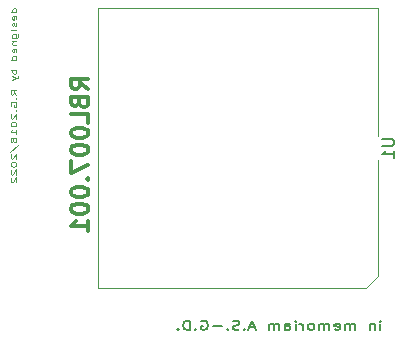
<source format=gbo>
%TF.GenerationSoftware,KiCad,Pcbnew,5.1.9+dfsg1-1+deb11u1*%
%TF.CreationDate,2022-12-07T12:34:55+01:00*%
%TF.ProjectId,A600MPU-Adapter,41363030-4d50-4552-9d41-646170746572,2.0*%
%TF.SameCoordinates,Original*%
%TF.FileFunction,Legend,Bot*%
%TF.FilePolarity,Positive*%
%FSLAX46Y46*%
G04 Gerber Fmt 4.6, Leading zero omitted, Abs format (unit mm)*
G04 Created by KiCad (PCBNEW 5.1.9+dfsg1-1+deb11u1) date 2022-12-07 12:34:55*
%MOMM*%
%LPD*%
G01*
G04 APERTURE LIST*
%ADD10C,0.300000*%
%ADD11C,0.187500*%
%ADD12C,0.100000*%
%ADD13C,0.120000*%
%ADD14C,0.150000*%
G04 APERTURE END LIST*
D10*
X149578571Y-99464285D02*
X148864285Y-98964285D01*
X149578571Y-98607142D02*
X148078571Y-98607142D01*
X148078571Y-99178571D01*
X148150000Y-99321428D01*
X148221428Y-99392857D01*
X148364285Y-99464285D01*
X148578571Y-99464285D01*
X148721428Y-99392857D01*
X148792857Y-99321428D01*
X148864285Y-99178571D01*
X148864285Y-98607142D01*
X148792857Y-100607142D02*
X148864285Y-100821428D01*
X148935714Y-100892857D01*
X149078571Y-100964285D01*
X149292857Y-100964285D01*
X149435714Y-100892857D01*
X149507142Y-100821428D01*
X149578571Y-100678571D01*
X149578571Y-100107142D01*
X148078571Y-100107142D01*
X148078571Y-100607142D01*
X148150000Y-100750000D01*
X148221428Y-100821428D01*
X148364285Y-100892857D01*
X148507142Y-100892857D01*
X148650000Y-100821428D01*
X148721428Y-100750000D01*
X148792857Y-100607142D01*
X148792857Y-100107142D01*
X149578571Y-102321428D02*
X149578571Y-101607142D01*
X148078571Y-101607142D01*
X148078571Y-103107142D02*
X148078571Y-103250000D01*
X148150000Y-103392857D01*
X148221428Y-103464285D01*
X148364285Y-103535714D01*
X148650000Y-103607142D01*
X149007142Y-103607142D01*
X149292857Y-103535714D01*
X149435714Y-103464285D01*
X149507142Y-103392857D01*
X149578571Y-103250000D01*
X149578571Y-103107142D01*
X149507142Y-102964285D01*
X149435714Y-102892857D01*
X149292857Y-102821428D01*
X149007142Y-102750000D01*
X148650000Y-102750000D01*
X148364285Y-102821428D01*
X148221428Y-102892857D01*
X148150000Y-102964285D01*
X148078571Y-103107142D01*
X148078571Y-104535714D02*
X148078571Y-104678571D01*
X148150000Y-104821428D01*
X148221428Y-104892857D01*
X148364285Y-104964285D01*
X148650000Y-105035714D01*
X149007142Y-105035714D01*
X149292857Y-104964285D01*
X149435714Y-104892857D01*
X149507142Y-104821428D01*
X149578571Y-104678571D01*
X149578571Y-104535714D01*
X149507142Y-104392857D01*
X149435714Y-104321428D01*
X149292857Y-104250000D01*
X149007142Y-104178571D01*
X148650000Y-104178571D01*
X148364285Y-104250000D01*
X148221428Y-104321428D01*
X148150000Y-104392857D01*
X148078571Y-104535714D01*
X148078571Y-105535714D02*
X148078571Y-106535714D01*
X149578571Y-105892857D01*
X149435714Y-107107142D02*
X149507142Y-107178571D01*
X149578571Y-107107142D01*
X149507142Y-107035714D01*
X149435714Y-107107142D01*
X149578571Y-107107142D01*
X148078571Y-108107142D02*
X148078571Y-108250000D01*
X148150000Y-108392857D01*
X148221428Y-108464285D01*
X148364285Y-108535714D01*
X148650000Y-108607142D01*
X149007142Y-108607142D01*
X149292857Y-108535714D01*
X149435714Y-108464285D01*
X149507142Y-108392857D01*
X149578571Y-108250000D01*
X149578571Y-108107142D01*
X149507142Y-107964285D01*
X149435714Y-107892857D01*
X149292857Y-107821428D01*
X149007142Y-107750000D01*
X148650000Y-107750000D01*
X148364285Y-107821428D01*
X148221428Y-107892857D01*
X148150000Y-107964285D01*
X148078571Y-108107142D01*
X148078571Y-109535714D02*
X148078571Y-109678571D01*
X148150000Y-109821428D01*
X148221428Y-109892857D01*
X148364285Y-109964285D01*
X148650000Y-110035714D01*
X149007142Y-110035714D01*
X149292857Y-109964285D01*
X149435714Y-109892857D01*
X149507142Y-109821428D01*
X149578571Y-109678571D01*
X149578571Y-109535714D01*
X149507142Y-109392857D01*
X149435714Y-109321428D01*
X149292857Y-109250000D01*
X149007142Y-109178571D01*
X148650000Y-109178571D01*
X148364285Y-109250000D01*
X148221428Y-109321428D01*
X148150000Y-109392857D01*
X148078571Y-109535714D01*
X149578571Y-111464285D02*
X149578571Y-110607142D01*
X149578571Y-111035714D02*
X148078571Y-111035714D01*
X148292857Y-110892857D01*
X148435714Y-110750000D01*
X148507142Y-110607142D01*
D11*
X174306428Y-119846285D02*
X174306428Y-119346285D01*
X174306428Y-119096285D02*
X174354047Y-119132000D01*
X174306428Y-119167714D01*
X174258809Y-119132000D01*
X174306428Y-119096285D01*
X174306428Y-119167714D01*
X173830238Y-119346285D02*
X173830238Y-119846285D01*
X173830238Y-119417714D02*
X173782619Y-119382000D01*
X173687380Y-119346285D01*
X173544523Y-119346285D01*
X173449285Y-119382000D01*
X173401666Y-119453428D01*
X173401666Y-119846285D01*
X172163571Y-119846285D02*
X172163571Y-119346285D01*
X172163571Y-119417714D02*
X172115952Y-119382000D01*
X172020714Y-119346285D01*
X171877857Y-119346285D01*
X171782619Y-119382000D01*
X171735000Y-119453428D01*
X171735000Y-119846285D01*
X171735000Y-119453428D02*
X171687380Y-119382000D01*
X171592142Y-119346285D01*
X171449285Y-119346285D01*
X171354047Y-119382000D01*
X171306428Y-119453428D01*
X171306428Y-119846285D01*
X170449285Y-119810571D02*
X170544523Y-119846285D01*
X170734999Y-119846285D01*
X170830238Y-119810571D01*
X170877857Y-119739142D01*
X170877857Y-119453428D01*
X170830238Y-119382000D01*
X170734999Y-119346285D01*
X170544523Y-119346285D01*
X170449285Y-119382000D01*
X170401666Y-119453428D01*
X170401666Y-119524857D01*
X170877857Y-119596285D01*
X169973095Y-119846285D02*
X169973095Y-119346285D01*
X169973095Y-119417714D02*
X169925476Y-119382000D01*
X169830238Y-119346285D01*
X169687380Y-119346285D01*
X169592142Y-119382000D01*
X169544523Y-119453428D01*
X169544523Y-119846285D01*
X169544523Y-119453428D02*
X169496904Y-119382000D01*
X169401666Y-119346285D01*
X169258809Y-119346285D01*
X169163571Y-119382000D01*
X169115952Y-119453428D01*
X169115952Y-119846285D01*
X168496904Y-119846285D02*
X168592142Y-119810571D01*
X168639761Y-119774857D01*
X168687380Y-119703428D01*
X168687380Y-119489142D01*
X168639761Y-119417714D01*
X168592142Y-119382000D01*
X168496904Y-119346285D01*
X168354047Y-119346285D01*
X168258809Y-119382000D01*
X168211190Y-119417714D01*
X168163571Y-119489142D01*
X168163571Y-119703428D01*
X168211190Y-119774857D01*
X168258809Y-119810571D01*
X168354047Y-119846285D01*
X168496904Y-119846285D01*
X167734999Y-119846285D02*
X167734999Y-119346285D01*
X167734999Y-119489142D02*
X167687380Y-119417714D01*
X167639761Y-119382000D01*
X167544523Y-119346285D01*
X167449285Y-119346285D01*
X167115952Y-119846285D02*
X167115952Y-119346285D01*
X167115952Y-119096285D02*
X167163571Y-119132000D01*
X167115952Y-119167714D01*
X167068333Y-119132000D01*
X167115952Y-119096285D01*
X167115952Y-119167714D01*
X166211190Y-119846285D02*
X166211190Y-119453428D01*
X166258809Y-119382000D01*
X166354047Y-119346285D01*
X166544523Y-119346285D01*
X166639761Y-119382000D01*
X166211190Y-119810571D02*
X166306428Y-119846285D01*
X166544523Y-119846285D01*
X166639761Y-119810571D01*
X166687380Y-119739142D01*
X166687380Y-119667714D01*
X166639761Y-119596285D01*
X166544523Y-119560571D01*
X166306428Y-119560571D01*
X166211190Y-119524857D01*
X165734999Y-119846285D02*
X165734999Y-119346285D01*
X165734999Y-119417714D02*
X165687380Y-119382000D01*
X165592142Y-119346285D01*
X165449285Y-119346285D01*
X165354047Y-119382000D01*
X165306428Y-119453428D01*
X165306428Y-119846285D01*
X165306428Y-119453428D02*
X165258809Y-119382000D01*
X165163571Y-119346285D01*
X165020714Y-119346285D01*
X164925476Y-119382000D01*
X164877857Y-119453428D01*
X164877857Y-119846285D01*
X163687380Y-119632000D02*
X163211190Y-119632000D01*
X163782619Y-119846285D02*
X163449285Y-119096285D01*
X163115952Y-119846285D01*
X162782619Y-119774857D02*
X162734999Y-119810571D01*
X162782619Y-119846285D01*
X162830238Y-119810571D01*
X162782619Y-119774857D01*
X162782619Y-119846285D01*
X162354047Y-119810571D02*
X162211190Y-119846285D01*
X161973095Y-119846285D01*
X161877857Y-119810571D01*
X161830238Y-119774857D01*
X161782619Y-119703428D01*
X161782619Y-119632000D01*
X161830238Y-119560571D01*
X161877857Y-119524857D01*
X161973095Y-119489142D01*
X162163571Y-119453428D01*
X162258809Y-119417714D01*
X162306428Y-119382000D01*
X162354047Y-119310571D01*
X162354047Y-119239142D01*
X162306428Y-119167714D01*
X162258809Y-119132000D01*
X162163571Y-119096285D01*
X161925476Y-119096285D01*
X161782619Y-119132000D01*
X161354047Y-119774857D02*
X161306428Y-119810571D01*
X161354047Y-119846285D01*
X161401666Y-119810571D01*
X161354047Y-119774857D01*
X161354047Y-119846285D01*
X160877857Y-119560571D02*
X160115952Y-119560571D01*
X159115952Y-119132000D02*
X159211190Y-119096285D01*
X159354047Y-119096285D01*
X159496904Y-119132000D01*
X159592142Y-119203428D01*
X159639761Y-119274857D01*
X159687380Y-119417714D01*
X159687380Y-119524857D01*
X159639761Y-119667714D01*
X159592142Y-119739142D01*
X159496904Y-119810571D01*
X159354047Y-119846285D01*
X159258809Y-119846285D01*
X159115952Y-119810571D01*
X159068333Y-119774857D01*
X159068333Y-119524857D01*
X159258809Y-119524857D01*
X158639761Y-119774857D02*
X158592142Y-119810571D01*
X158639761Y-119846285D01*
X158687380Y-119810571D01*
X158639761Y-119774857D01*
X158639761Y-119846285D01*
X158163571Y-119846285D02*
X158163571Y-119096285D01*
X157925476Y-119096285D01*
X157782619Y-119132000D01*
X157687380Y-119203428D01*
X157639761Y-119274857D01*
X157592142Y-119417714D01*
X157592142Y-119524857D01*
X157639761Y-119667714D01*
X157687380Y-119739142D01*
X157782619Y-119810571D01*
X157925476Y-119846285D01*
X158163571Y-119846285D01*
X157163571Y-119774857D02*
X157115952Y-119810571D01*
X157163571Y-119846285D01*
X157211190Y-119810571D01*
X157163571Y-119774857D01*
X157163571Y-119846285D01*
D12*
X143482190Y-92966666D02*
X142982190Y-92966666D01*
X143458380Y-92966666D02*
X143482190Y-92900000D01*
X143482190Y-92766666D01*
X143458380Y-92700000D01*
X143434571Y-92666666D01*
X143386952Y-92633333D01*
X143244095Y-92633333D01*
X143196476Y-92666666D01*
X143172666Y-92700000D01*
X143148857Y-92766666D01*
X143148857Y-92900000D01*
X143172666Y-92966666D01*
X143458380Y-93566666D02*
X143482190Y-93500000D01*
X143482190Y-93366666D01*
X143458380Y-93300000D01*
X143410761Y-93266666D01*
X143220285Y-93266666D01*
X143172666Y-93300000D01*
X143148857Y-93366666D01*
X143148857Y-93500000D01*
X143172666Y-93566666D01*
X143220285Y-93600000D01*
X143267904Y-93600000D01*
X143315523Y-93266666D01*
X143458380Y-93866666D02*
X143482190Y-93933333D01*
X143482190Y-94066666D01*
X143458380Y-94133333D01*
X143410761Y-94166666D01*
X143386952Y-94166666D01*
X143339333Y-94133333D01*
X143315523Y-94066666D01*
X143315523Y-93966666D01*
X143291714Y-93900000D01*
X143244095Y-93866666D01*
X143220285Y-93866666D01*
X143172666Y-93900000D01*
X143148857Y-93966666D01*
X143148857Y-94066666D01*
X143172666Y-94133333D01*
X143482190Y-94466666D02*
X143148857Y-94466666D01*
X142982190Y-94466666D02*
X143006000Y-94433333D01*
X143029809Y-94466666D01*
X143006000Y-94500000D01*
X142982190Y-94466666D01*
X143029809Y-94466666D01*
X143148857Y-95100000D02*
X143553619Y-95100000D01*
X143601238Y-95066666D01*
X143625047Y-95033333D01*
X143648857Y-94966666D01*
X143648857Y-94866666D01*
X143625047Y-94800000D01*
X143458380Y-95100000D02*
X143482190Y-95033333D01*
X143482190Y-94900000D01*
X143458380Y-94833333D01*
X143434571Y-94800000D01*
X143386952Y-94766666D01*
X143244095Y-94766666D01*
X143196476Y-94800000D01*
X143172666Y-94833333D01*
X143148857Y-94900000D01*
X143148857Y-95033333D01*
X143172666Y-95100000D01*
X143148857Y-95433333D02*
X143482190Y-95433333D01*
X143196476Y-95433333D02*
X143172666Y-95466666D01*
X143148857Y-95533333D01*
X143148857Y-95633333D01*
X143172666Y-95700000D01*
X143220285Y-95733333D01*
X143482190Y-95733333D01*
X143458380Y-96333333D02*
X143482190Y-96266666D01*
X143482190Y-96133333D01*
X143458380Y-96066666D01*
X143410761Y-96033333D01*
X143220285Y-96033333D01*
X143172666Y-96066666D01*
X143148857Y-96133333D01*
X143148857Y-96266666D01*
X143172666Y-96333333D01*
X143220285Y-96366666D01*
X143267904Y-96366666D01*
X143315523Y-96033333D01*
X143482190Y-96966666D02*
X142982190Y-96966666D01*
X143458380Y-96966666D02*
X143482190Y-96900000D01*
X143482190Y-96766666D01*
X143458380Y-96700000D01*
X143434571Y-96666666D01*
X143386952Y-96633333D01*
X143244095Y-96633333D01*
X143196476Y-96666666D01*
X143172666Y-96700000D01*
X143148857Y-96766666D01*
X143148857Y-96900000D01*
X143172666Y-96966666D01*
X143482190Y-97833333D02*
X142982190Y-97833333D01*
X143172666Y-97833333D02*
X143148857Y-97900000D01*
X143148857Y-98033333D01*
X143172666Y-98100000D01*
X143196476Y-98133333D01*
X143244095Y-98166666D01*
X143386952Y-98166666D01*
X143434571Y-98133333D01*
X143458380Y-98100000D01*
X143482190Y-98033333D01*
X143482190Y-97900000D01*
X143458380Y-97833333D01*
X143148857Y-98400000D02*
X143482190Y-98566666D01*
X143148857Y-98733333D02*
X143482190Y-98566666D01*
X143601238Y-98500000D01*
X143625047Y-98466666D01*
X143648857Y-98400000D01*
X143482190Y-99933333D02*
X143244095Y-99700000D01*
X143482190Y-99533333D02*
X142982190Y-99533333D01*
X142982190Y-99800000D01*
X143006000Y-99866666D01*
X143029809Y-99900000D01*
X143077428Y-99933333D01*
X143148857Y-99933333D01*
X143196476Y-99900000D01*
X143220285Y-99866666D01*
X143244095Y-99800000D01*
X143244095Y-99533333D01*
X143434571Y-100233333D02*
X143458380Y-100266666D01*
X143482190Y-100233333D01*
X143458380Y-100200000D01*
X143434571Y-100233333D01*
X143482190Y-100233333D01*
X143006000Y-100933333D02*
X142982190Y-100866666D01*
X142982190Y-100766666D01*
X143006000Y-100666666D01*
X143053619Y-100600000D01*
X143101238Y-100566666D01*
X143196476Y-100533333D01*
X143267904Y-100533333D01*
X143363142Y-100566666D01*
X143410761Y-100600000D01*
X143458380Y-100666666D01*
X143482190Y-100766666D01*
X143482190Y-100833333D01*
X143458380Y-100933333D01*
X143434571Y-100966666D01*
X143267904Y-100966666D01*
X143267904Y-100833333D01*
X143434571Y-101266666D02*
X143458380Y-101300000D01*
X143482190Y-101266666D01*
X143458380Y-101233333D01*
X143434571Y-101266666D01*
X143482190Y-101266666D01*
X143029809Y-101566666D02*
X143006000Y-101600000D01*
X142982190Y-101666666D01*
X142982190Y-101833333D01*
X143006000Y-101900000D01*
X143029809Y-101933333D01*
X143077428Y-101966666D01*
X143125047Y-101966666D01*
X143196476Y-101933333D01*
X143482190Y-101533333D01*
X143482190Y-101966666D01*
X142982190Y-102400000D02*
X142982190Y-102466666D01*
X143006000Y-102533333D01*
X143029809Y-102566666D01*
X143077428Y-102600000D01*
X143172666Y-102633333D01*
X143291714Y-102633333D01*
X143386952Y-102600000D01*
X143434571Y-102566666D01*
X143458380Y-102533333D01*
X143482190Y-102466666D01*
X143482190Y-102400000D01*
X143458380Y-102333333D01*
X143434571Y-102300000D01*
X143386952Y-102266666D01*
X143291714Y-102233333D01*
X143172666Y-102233333D01*
X143077428Y-102266666D01*
X143029809Y-102300000D01*
X143006000Y-102333333D01*
X142982190Y-102400000D01*
X143482190Y-103300000D02*
X143482190Y-102900000D01*
X143482190Y-103100000D02*
X142982190Y-103100000D01*
X143053619Y-103033333D01*
X143101238Y-102966666D01*
X143125047Y-102900000D01*
X143196476Y-103700000D02*
X143172666Y-103633333D01*
X143148857Y-103600000D01*
X143101238Y-103566666D01*
X143077428Y-103566666D01*
X143029809Y-103600000D01*
X143006000Y-103633333D01*
X142982190Y-103700000D01*
X142982190Y-103833333D01*
X143006000Y-103900000D01*
X143029809Y-103933333D01*
X143077428Y-103966666D01*
X143101238Y-103966666D01*
X143148857Y-103933333D01*
X143172666Y-103900000D01*
X143196476Y-103833333D01*
X143196476Y-103700000D01*
X143220285Y-103633333D01*
X143244095Y-103600000D01*
X143291714Y-103566666D01*
X143386952Y-103566666D01*
X143434571Y-103600000D01*
X143458380Y-103633333D01*
X143482190Y-103700000D01*
X143482190Y-103833333D01*
X143458380Y-103900000D01*
X143434571Y-103933333D01*
X143386952Y-103966666D01*
X143291714Y-103966666D01*
X143244095Y-103933333D01*
X143220285Y-103900000D01*
X143196476Y-103833333D01*
X142958380Y-104766666D02*
X143601238Y-104166666D01*
X143029809Y-104966666D02*
X143006000Y-105000000D01*
X142982190Y-105066666D01*
X142982190Y-105233333D01*
X143006000Y-105300000D01*
X143029809Y-105333333D01*
X143077428Y-105366666D01*
X143125047Y-105366666D01*
X143196476Y-105333333D01*
X143482190Y-104933333D01*
X143482190Y-105366666D01*
X142982190Y-105800000D02*
X142982190Y-105866666D01*
X143006000Y-105933333D01*
X143029809Y-105966666D01*
X143077428Y-106000000D01*
X143172666Y-106033333D01*
X143291714Y-106033333D01*
X143386952Y-106000000D01*
X143434571Y-105966666D01*
X143458380Y-105933333D01*
X143482190Y-105866666D01*
X143482190Y-105800000D01*
X143458380Y-105733333D01*
X143434571Y-105700000D01*
X143386952Y-105666666D01*
X143291714Y-105633333D01*
X143172666Y-105633333D01*
X143077428Y-105666666D01*
X143029809Y-105700000D01*
X143006000Y-105733333D01*
X142982190Y-105800000D01*
X143029809Y-106300000D02*
X143006000Y-106333333D01*
X142982190Y-106400000D01*
X142982190Y-106566666D01*
X143006000Y-106633333D01*
X143029809Y-106666666D01*
X143077428Y-106700000D01*
X143125047Y-106700000D01*
X143196476Y-106666666D01*
X143482190Y-106266666D01*
X143482190Y-106700000D01*
X143029809Y-106966666D02*
X143006000Y-107000000D01*
X142982190Y-107066666D01*
X142982190Y-107233333D01*
X143006000Y-107300000D01*
X143029809Y-107333333D01*
X143077428Y-107366666D01*
X143125047Y-107366666D01*
X143196476Y-107333333D01*
X143482190Y-106933333D01*
X143482190Y-107366666D01*
D13*
%TO.C,U1*%
X174100000Y-92620000D02*
X174100000Y-103470000D01*
X150400000Y-92620000D02*
X174100000Y-92620000D01*
X150400000Y-116320000D02*
X150400000Y-92620000D01*
X173100000Y-116320000D02*
X150400000Y-116320000D01*
X174100000Y-115320000D02*
X173100000Y-116320000D01*
X174100000Y-105470000D02*
X174100000Y-115320000D01*
D14*
X174452380Y-103708095D02*
X175261904Y-103708095D01*
X175357142Y-103755714D01*
X175404761Y-103803333D01*
X175452380Y-103898571D01*
X175452380Y-104089047D01*
X175404761Y-104184285D01*
X175357142Y-104231904D01*
X175261904Y-104279523D01*
X174452380Y-104279523D01*
X175452380Y-105279523D02*
X175452380Y-104708095D01*
X175452380Y-104993809D02*
X174452380Y-104993809D01*
X174595238Y-104898571D01*
X174690476Y-104803333D01*
X174738095Y-104708095D01*
%TD*%
M02*

</source>
